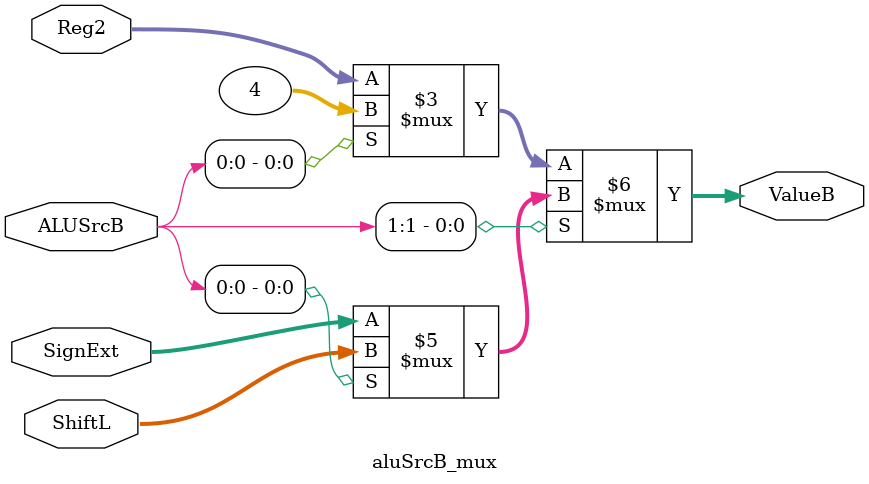
<source format=sv>
module aluSrcB_mux #(parameter WIDTH =32)
(
    input reg  [(WIDTH-1):0] Reg2,     //read register 2
    input reg  [(WIDTH-1):0] SignExt,  //read Sign extend
    input reg  [(WIDTH-1):0] ShiftL,   //read Shift Left
    input reg  [1:0]         ALUSrcB,  //Bits of control
    output reg [(WIDTH-1):0] ValueB    //B number of ALU opetarion
);

        
   assign ValueB = !ALUSrcB[1] ? (!ALUSrcB[0] ? Reg2 : 'b100) : (!ALUSrcB[0] ? SignExt : ShiftL); //Multiplexer

   //ALUSrcB  ValueB       |---\__
   //  00      Reg2     -->|      |
   //  01     'b100     -->|  MUX |-->
   //  10     SignExt   -->|      |
   //  11     ShiftL    -->|    __|
   //                      |---/
endmodule

</source>
